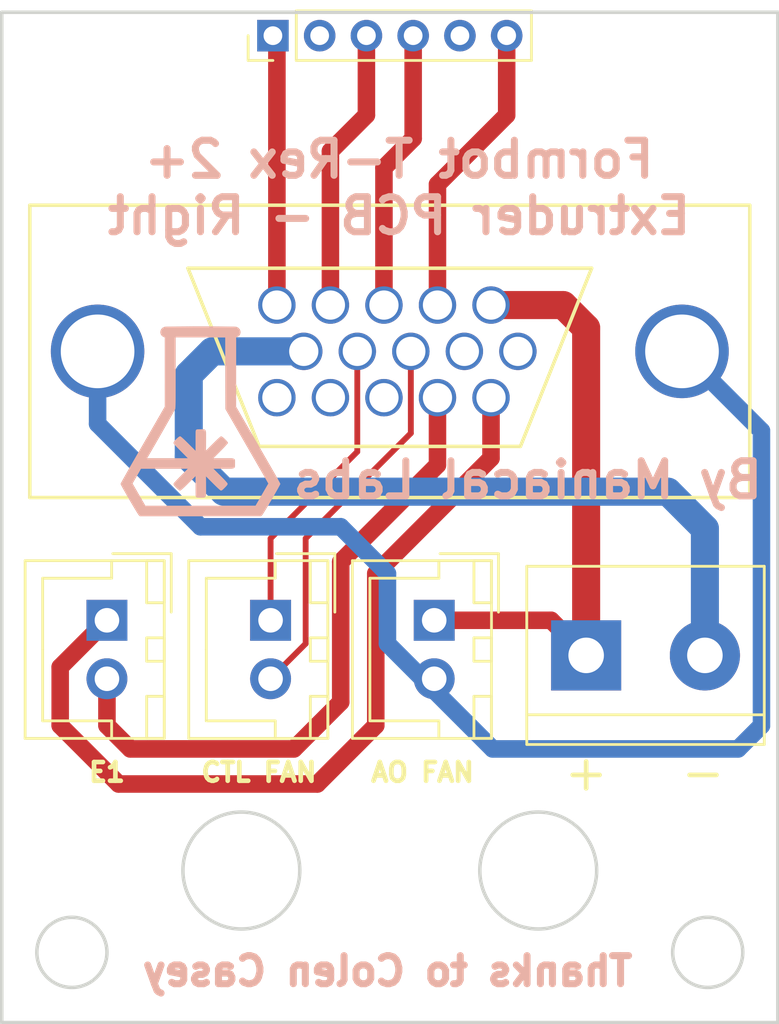
<source format=kicad_pcb>
(kicad_pcb (version 4) (host pcbnew 4.0.7)

  (general
    (links 13)
    (no_connects 0)
    (area 99.924999 99.924999 133.275001 143.275001)
    (thickness 1.6)
    (drawings 16)
    (tracks 59)
    (zones 0)
    (modules 7)
    (nets 19)
  )

  (page A4)
  (layers
    (0 F.Cu signal)
    (31 B.Cu signal)
    (32 B.Adhes user)
    (33 F.Adhes user)
    (34 B.Paste user)
    (35 F.Paste user)
    (36 B.SilkS user)
    (37 F.SilkS user)
    (38 B.Mask user)
    (39 F.Mask user)
    (40 Dwgs.User user)
    (41 Cmts.User user)
    (42 Eco1.User user)
    (43 Eco2.User user)
    (44 Edge.Cuts user)
    (45 Margin user)
    (46 B.CrtYd user)
    (47 F.CrtYd user)
    (48 B.Fab user)
    (49 F.Fab user)
  )

  (setup
    (last_trace_width 0.75)
    (user_trace_width 0.5)
    (user_trace_width 0.75)
    (user_trace_width 1.2)
    (trace_clearance 0.2)
    (zone_clearance 0.508)
    (zone_45_only no)
    (trace_min 0.2)
    (segment_width 0.2)
    (edge_width 0.15)
    (via_size 0.6)
    (via_drill 0.4)
    (via_min_size 0.4)
    (via_min_drill 0.3)
    (uvia_size 0.3)
    (uvia_drill 0.1)
    (uvias_allowed no)
    (uvia_min_size 0.2)
    (uvia_min_drill 0.1)
    (pcb_text_width 0.3)
    (pcb_text_size 1.5 1.5)
    (mod_edge_width 0.15)
    (mod_text_size 1 1)
    (mod_text_width 0.15)
    (pad_size 1.524 1.524)
    (pad_drill 0.762)
    (pad_to_mask_clearance 0.2)
    (aux_axis_origin 0 0)
    (visible_elements 7FFFF77F)
    (pcbplotparams
      (layerselection 0x00030_80000001)
      (usegerberextensions false)
      (excludeedgelayer true)
      (linewidth 0.100000)
      (plotframeref false)
      (viasonmask false)
      (mode 1)
      (useauxorigin false)
      (hpglpennumber 1)
      (hpglpenspeed 20)
      (hpglpendiameter 15)
      (hpglpenoverlay 2)
      (psnegative false)
      (psa4output false)
      (plotreference true)
      (plotvalue true)
      (plotinvisibletext false)
      (padsonsilk false)
      (subtractmaskfromsilk false)
      (outputformat 1)
      (mirror false)
      (drillshape 1)
      (scaleselection 1)
      (outputdirectory ""))
  )

  (net 0 "")
  (net 1 "Net-(J1-Pad5)")
  (net 2 "Net-(J1-Pad4)")
  (net 3 HEAT_+)
  (net 4 "Net-(J1-Pad2)")
  (net 5 "Net-(J1-Pad3)")
  (net 6 HEAT_-)
  (net 7 GND)
  (net 8 "Net-(J7-Pad2)")
  (net 9 "Net-(J7-Pad5)")
  (net 10 "Net-(J1-Pad15)")
  (net 11 "Net-(J1-Pad14)")
  (net 12 "Net-(J1-Pad13)")
  (net 13 FAN_CTL_+)
  (net 14 FAN_CTL_-)
  (net 15 "Net-(J1-Pad7)")
  (net 16 "Net-(J1-Pad6)")
  (net 17 E1_2)
  (net 18 E1_1)

  (net_class Default "This is the default net class."
    (clearance 0.2)
    (trace_width 0.25)
    (via_dia 0.6)
    (via_drill 0.4)
    (uvia_dia 0.3)
    (uvia_drill 0.1)
    (add_net E1_1)
    (add_net E1_2)
    (add_net FAN_CTL_+)
    (add_net FAN_CTL_-)
    (add_net GND)
    (add_net HEAT_+)
    (add_net HEAT_-)
    (add_net "Net-(J1-Pad13)")
    (add_net "Net-(J1-Pad14)")
    (add_net "Net-(J1-Pad15)")
    (add_net "Net-(J1-Pad2)")
    (add_net "Net-(J1-Pad3)")
    (add_net "Net-(J1-Pad4)")
    (add_net "Net-(J1-Pad5)")
    (add_net "Net-(J1-Pad6)")
    (add_net "Net-(J1-Pad7)")
    (add_net "Net-(J7-Pad2)")
    (add_net "Net-(J7-Pad5)")
  )

  (module custom:VGA_Female (layer F.Cu) (tedit 5A2C73A7) (tstamp 5A2C682E)
    (at 116.6 114.5)
    (descr http://cdn.amphenol-icc.com/media/wysiwyg/files/drawing/10090929.pdf)
    (tags "VGA, HD15")
    (path /5A2C37B5)
    (fp_text reference J1 (at 0.508 5.334) (layer F.SilkS) hide
      (effects (font (size 1 1) (thickness 0.15)))
    )
    (fp_text value DB15_Control (at 0 -5.08) (layer F.Fab) hide
      (effects (font (size 1 1) (thickness 0.15)))
    )
    (fp_line (start 0 4.064) (end -5.588 4.064) (layer F.SilkS) (width 0.15))
    (fp_line (start -5.588 4.064) (end -8.636 -3.556) (layer F.SilkS) (width 0.15))
    (fp_line (start 0 -3.556) (end -8.636 -3.556) (layer F.SilkS) (width 0.15))
    (fp_line (start 0 -3.556) (end 8.636 -3.556) (layer F.SilkS) (width 0.15))
    (fp_line (start 8.636 -3.556) (end 5.588 4.064) (layer F.SilkS) (width 0.15))
    (fp_line (start 5.588 4.064) (end 0 4.064) (layer F.SilkS) (width 0.15))
    (fp_line (start 15.4 -6.25) (end 15.4 6.25) (layer F.SilkS) (width 0.15))
    (fp_line (start -15.4 -6.25) (end -15.4 6.25) (layer F.SilkS) (width 0.15))
    (fp_line (start 0 6.25) (end 15.4 6.25) (layer F.SilkS) (width 0.15))
    (fp_line (start -15.4 6.25) (end 0 6.25) (layer F.SilkS) (width 0.15))
    (fp_line (start -15.4 -6.25) (end 0 -6.25) (layer F.SilkS) (width 0.15))
    (fp_line (start 0 -6.25) (end 15.4 -6.25) (layer F.SilkS) (width 0.15))
    (pad 15 thru_hole circle (at -4.83 1.98) (size 1.6 1.6) (drill 1.25) (layers *.Cu *.Mask)
      (net 10 "Net-(J1-Pad15)"))
    (pad 14 thru_hole circle (at -2.54 1.98) (size 1.6 1.6) (drill 1.25) (layers *.Cu *.Mask)
      (net 11 "Net-(J1-Pad14)"))
    (pad 13 thru_hole circle (at -0.25 1.98) (size 1.6 1.6) (drill 1.25) (layers *.Cu *.Mask)
      (net 12 "Net-(J1-Pad13)"))
    (pad 12 thru_hole circle (at 2.04 1.98) (size 1.6 1.6) (drill 1.25) (layers *.Cu *.Mask)
      (net 17 E1_2))
    (pad 11 thru_hole circle (at 4.33 1.98) (size 1.6 1.6) (drill 1.25) (layers *.Cu *.Mask)
      (net 18 E1_1))
    (pad 5 thru_hole circle (at -4.83 -1.98) (size 1.6 1.6) (drill 1.25) (layers *.Cu *.Mask)
      (net 1 "Net-(J1-Pad5)"))
    (pad 4 thru_hole circle (at -2.54 -1.98) (size 1.6 1.6) (drill 1.25) (layers *.Cu *.Mask)
      (net 2 "Net-(J1-Pad4)"))
    (pad 1 thru_hole circle (at 4.33 -1.98) (size 1.6 1.6) (drill 1.25) (layers *.Cu *.Mask)
      (net 3 HEAT_+))
    (pad 2 thru_hole circle (at 2.04 -1.98) (size 1.6 1.6) (drill 1.25) (layers *.Cu *.Mask)
      (net 4 "Net-(J1-Pad2)"))
    (pad 3 thru_hole circle (at -0.25 -1.98) (size 1.6 1.6) (drill 1.25) (layers *.Cu *.Mask)
      (net 5 "Net-(J1-Pad3)"))
    (pad 10 thru_hole circle (at -3.68 0) (size 1.6 1.6) (drill 1.25) (layers *.Cu *.Mask)
      (net 6 HEAT_-))
    (pad 9 thru_hole circle (at -1.39 0) (size 1.6 1.6) (drill 1.25) (layers *.Cu *.Mask)
      (net 13 FAN_CTL_+))
    (pad 8 thru_hole circle (at 0.9 0) (size 1.6 1.6) (drill 1.25) (layers *.Cu *.Mask)
      (net 14 FAN_CTL_-))
    (pad 7 thru_hole circle (at 3.19 0) (size 1.6 1.6) (drill 1.25) (layers *.Cu *.Mask)
      (net 15 "Net-(J1-Pad7)"))
    (pad 0 thru_hole circle (at -12.5 0) (size 4 4) (drill 3.15) (layers *.Cu *.Mask)
      (net 7 GND))
    (pad 0 thru_hole circle (at 12.5 0) (size 4 4) (drill 3.15) (layers *.Cu *.Mask)
      (net 7 GND))
    (pad 6 thru_hole circle (at 5.48 0) (size 1.6 1.6) (drill 1.25) (layers *.Cu *.Mask)
      (net 16 "Net-(J1-Pad6)"))
  )

  (module Connectors_JST:JST_XH_B02B-XH-A_02x2.50mm_Straight (layer F.Cu) (tedit 5A2C6FA5) (tstamp 5A2C6841)
    (at 111.5 126 270)
    (descr "JST XH series connector, B02B-XH-A, top entry type, through hole")
    (tags "connector jst xh tht top vertical 2.50mm")
    (path /5A2C38DD)
    (fp_text reference J4 (at 1.25 -3.5 270) (layer F.SilkS) hide
      (effects (font (size 1 1) (thickness 0.15)))
    )
    (fp_text value FAN_CTL (at 1.25 4.5 270) (layer F.Fab) hide
      (effects (font (size 1 1) (thickness 0.15)))
    )
    (fp_line (start -2.45 -2.35) (end -2.45 3.4) (layer F.Fab) (width 0.1))
    (fp_line (start -2.45 3.4) (end 4.95 3.4) (layer F.Fab) (width 0.1))
    (fp_line (start 4.95 3.4) (end 4.95 -2.35) (layer F.Fab) (width 0.1))
    (fp_line (start 4.95 -2.35) (end -2.45 -2.35) (layer F.Fab) (width 0.1))
    (fp_line (start -2.95 -2.85) (end -2.95 3.9) (layer F.CrtYd) (width 0.05))
    (fp_line (start -2.95 3.9) (end 5.45 3.9) (layer F.CrtYd) (width 0.05))
    (fp_line (start 5.45 3.9) (end 5.45 -2.85) (layer F.CrtYd) (width 0.05))
    (fp_line (start 5.45 -2.85) (end -2.95 -2.85) (layer F.CrtYd) (width 0.05))
    (fp_line (start -2.55 -2.45) (end -2.55 3.5) (layer F.SilkS) (width 0.12))
    (fp_line (start -2.55 3.5) (end 5.05 3.5) (layer F.SilkS) (width 0.12))
    (fp_line (start 5.05 3.5) (end 5.05 -2.45) (layer F.SilkS) (width 0.12))
    (fp_line (start 5.05 -2.45) (end -2.55 -2.45) (layer F.SilkS) (width 0.12))
    (fp_line (start 0.75 -2.45) (end 0.75 -1.7) (layer F.SilkS) (width 0.12))
    (fp_line (start 0.75 -1.7) (end 1.75 -1.7) (layer F.SilkS) (width 0.12))
    (fp_line (start 1.75 -1.7) (end 1.75 -2.45) (layer F.SilkS) (width 0.12))
    (fp_line (start 1.75 -2.45) (end 0.75 -2.45) (layer F.SilkS) (width 0.12))
    (fp_line (start -2.55 -2.45) (end -2.55 -1.7) (layer F.SilkS) (width 0.12))
    (fp_line (start -2.55 -1.7) (end -0.75 -1.7) (layer F.SilkS) (width 0.12))
    (fp_line (start -0.75 -1.7) (end -0.75 -2.45) (layer F.SilkS) (width 0.12))
    (fp_line (start -0.75 -2.45) (end -2.55 -2.45) (layer F.SilkS) (width 0.12))
    (fp_line (start 3.25 -2.45) (end 3.25 -1.7) (layer F.SilkS) (width 0.12))
    (fp_line (start 3.25 -1.7) (end 5.05 -1.7) (layer F.SilkS) (width 0.12))
    (fp_line (start 5.05 -1.7) (end 5.05 -2.45) (layer F.SilkS) (width 0.12))
    (fp_line (start 5.05 -2.45) (end 3.25 -2.45) (layer F.SilkS) (width 0.12))
    (fp_line (start -2.55 -0.2) (end -1.8 -0.2) (layer F.SilkS) (width 0.12))
    (fp_line (start -1.8 -0.2) (end -1.8 2.75) (layer F.SilkS) (width 0.12))
    (fp_line (start -1.8 2.75) (end 1.25 2.75) (layer F.SilkS) (width 0.12))
    (fp_line (start 5.05 -0.2) (end 4.3 -0.2) (layer F.SilkS) (width 0.12))
    (fp_line (start 4.3 -0.2) (end 4.3 2.75) (layer F.SilkS) (width 0.12))
    (fp_line (start 4.3 2.75) (end 1.25 2.75) (layer F.SilkS) (width 0.12))
    (fp_line (start -0.35 -2.75) (end -2.85 -2.75) (layer F.SilkS) (width 0.12))
    (fp_line (start -2.85 -2.75) (end -2.85 -0.25) (layer F.SilkS) (width 0.12))
    (fp_line (start -0.35 -2.75) (end -2.85 -2.75) (layer F.Fab) (width 0.1))
    (fp_line (start -2.85 -2.75) (end -2.85 -0.25) (layer F.Fab) (width 0.1))
    (fp_text user %R (at 1.25 2.5 270) (layer F.Fab)
      (effects (font (size 1 1) (thickness 0.15)))
    )
    (pad 1 thru_hole rect (at 0 0 270) (size 1.75 1.75) (drill 1.05) (layers *.Cu *.Mask)
      (net 13 FAN_CTL_+))
    (pad 2 thru_hole circle (at 2.5 0 270) (size 1.75 1.75) (drill 1.05) (layers *.Cu *.Mask)
      (net 14 FAN_CTL_-))
    (model Connectors_JST.3dshapes/JST_XH_B02B-XH-A_02x2.50mm_Straight.wrl
      (at (xyz 0 0 0))
      (scale (xyz 1 1 1))
      (rotate (xyz 0 0 0))
    )
  )

  (module Connectors_JST:JST_XH_B02B-XH-A_02x2.50mm_Straight (layer F.Cu) (tedit 5A2C6F78) (tstamp 5A2C6847)
    (at 118.5 126 270)
    (descr "JST XH series connector, B02B-XH-A, top entry type, through hole")
    (tags "connector jst xh tht top vertical 2.50mm")
    (path /5A2C3900)
    (fp_text reference J5 (at 1.25 -3.5 270) (layer F.SilkS) hide
      (effects (font (size 1 1) (thickness 0.15)))
    )
    (fp_text value FAN_AO (at 1.25 4.5 270) (layer F.Fab) hide
      (effects (font (size 1 1) (thickness 0.15)))
    )
    (fp_line (start -2.45 -2.35) (end -2.45 3.4) (layer F.Fab) (width 0.1))
    (fp_line (start -2.45 3.4) (end 4.95 3.4) (layer F.Fab) (width 0.1))
    (fp_line (start 4.95 3.4) (end 4.95 -2.35) (layer F.Fab) (width 0.1))
    (fp_line (start 4.95 -2.35) (end -2.45 -2.35) (layer F.Fab) (width 0.1))
    (fp_line (start -2.95 -2.85) (end -2.95 3.9) (layer F.CrtYd) (width 0.05))
    (fp_line (start -2.95 3.9) (end 5.45 3.9) (layer F.CrtYd) (width 0.05))
    (fp_line (start 5.45 3.9) (end 5.45 -2.85) (layer F.CrtYd) (width 0.05))
    (fp_line (start 5.45 -2.85) (end -2.95 -2.85) (layer F.CrtYd) (width 0.05))
    (fp_line (start -2.55 -2.45) (end -2.55 3.5) (layer F.SilkS) (width 0.12))
    (fp_line (start -2.55 3.5) (end 5.05 3.5) (layer F.SilkS) (width 0.12))
    (fp_line (start 5.05 3.5) (end 5.05 -2.45) (layer F.SilkS) (width 0.12))
    (fp_line (start 5.05 -2.45) (end -2.55 -2.45) (layer F.SilkS) (width 0.12))
    (fp_line (start 0.75 -2.45) (end 0.75 -1.7) (layer F.SilkS) (width 0.12))
    (fp_line (start 0.75 -1.7) (end 1.75 -1.7) (layer F.SilkS) (width 0.12))
    (fp_line (start 1.75 -1.7) (end 1.75 -2.45) (layer F.SilkS) (width 0.12))
    (fp_line (start 1.75 -2.45) (end 0.75 -2.45) (layer F.SilkS) (width 0.12))
    (fp_line (start -2.55 -2.45) (end -2.55 -1.7) (layer F.SilkS) (width 0.12))
    (fp_line (start -2.55 -1.7) (end -0.75 -1.7) (layer F.SilkS) (width 0.12))
    (fp_line (start -0.75 -1.7) (end -0.75 -2.45) (layer F.SilkS) (width 0.12))
    (fp_line (start -0.75 -2.45) (end -2.55 -2.45) (layer F.SilkS) (width 0.12))
    (fp_line (start 3.25 -2.45) (end 3.25 -1.7) (layer F.SilkS) (width 0.12))
    (fp_line (start 3.25 -1.7) (end 5.05 -1.7) (layer F.SilkS) (width 0.12))
    (fp_line (start 5.05 -1.7) (end 5.05 -2.45) (layer F.SilkS) (width 0.12))
    (fp_line (start 5.05 -2.45) (end 3.25 -2.45) (layer F.SilkS) (width 0.12))
    (fp_line (start -2.55 -0.2) (end -1.8 -0.2) (layer F.SilkS) (width 0.12))
    (fp_line (start -1.8 -0.2) (end -1.8 2.75) (layer F.SilkS) (width 0.12))
    (fp_line (start -1.8 2.75) (end 1.25 2.75) (layer F.SilkS) (width 0.12))
    (fp_line (start 5.05 -0.2) (end 4.3 -0.2) (layer F.SilkS) (width 0.12))
    (fp_line (start 4.3 -0.2) (end 4.3 2.75) (layer F.SilkS) (width 0.12))
    (fp_line (start 4.3 2.75) (end 1.25 2.75) (layer F.SilkS) (width 0.12))
    (fp_line (start -0.35 -2.75) (end -2.85 -2.75) (layer F.SilkS) (width 0.12))
    (fp_line (start -2.85 -2.75) (end -2.85 -0.25) (layer F.SilkS) (width 0.12))
    (fp_line (start -0.35 -2.75) (end -2.85 -2.75) (layer F.Fab) (width 0.1))
    (fp_line (start -2.85 -2.75) (end -2.85 -0.25) (layer F.Fab) (width 0.1))
    (fp_text user %R (at 1.25 2.5 270) (layer F.Fab)
      (effects (font (size 1 1) (thickness 0.15)))
    )
    (pad 1 thru_hole rect (at 0 0 270) (size 1.75 1.75) (drill 1.05) (layers *.Cu *.Mask)
      (net 3 HEAT_+))
    (pad 2 thru_hole circle (at 2.5 0 270) (size 1.75 1.75) (drill 1.05) (layers *.Cu *.Mask)
      (net 7 GND))
    (model Connectors_JST.3dshapes/JST_XH_B02B-XH-A_02x2.50mm_Straight.wrl
      (at (xyz 0 0 0))
      (scale (xyz 1 1 1))
      (rotate (xyz 0 0 0))
    )
  )

  (module Connectors_JST:JST_XH_B02B-XH-A_02x2.50mm_Straight (layer F.Cu) (tedit 5A2C6FB1) (tstamp 5A2C684D)
    (at 104.5 126 270)
    (descr "JST XH series connector, B02B-XH-A, top entry type, through hole")
    (tags "connector jst xh tht top vertical 2.50mm")
    (path /5A2C3928)
    (fp_text reference J6 (at 1.25 -3.5 270) (layer F.SilkS) hide
      (effects (font (size 1 1) (thickness 0.15)))
    )
    (fp_text value EO (at 1.25 4.5 270) (layer F.Fab) hide
      (effects (font (size 1 1) (thickness 0.15)))
    )
    (fp_line (start -2.45 -2.35) (end -2.45 3.4) (layer F.Fab) (width 0.1))
    (fp_line (start -2.45 3.4) (end 4.95 3.4) (layer F.Fab) (width 0.1))
    (fp_line (start 4.95 3.4) (end 4.95 -2.35) (layer F.Fab) (width 0.1))
    (fp_line (start 4.95 -2.35) (end -2.45 -2.35) (layer F.Fab) (width 0.1))
    (fp_line (start -2.95 -2.85) (end -2.95 3.9) (layer F.CrtYd) (width 0.05))
    (fp_line (start -2.95 3.9) (end 5.45 3.9) (layer F.CrtYd) (width 0.05))
    (fp_line (start 5.45 3.9) (end 5.45 -2.85) (layer F.CrtYd) (width 0.05))
    (fp_line (start 5.45 -2.85) (end -2.95 -2.85) (layer F.CrtYd) (width 0.05))
    (fp_line (start -2.55 -2.45) (end -2.55 3.5) (layer F.SilkS) (width 0.12))
    (fp_line (start -2.55 3.5) (end 5.05 3.5) (layer F.SilkS) (width 0.12))
    (fp_line (start 5.05 3.5) (end 5.05 -2.45) (layer F.SilkS) (width 0.12))
    (fp_line (start 5.05 -2.45) (end -2.55 -2.45) (layer F.SilkS) (width 0.12))
    (fp_line (start 0.75 -2.45) (end 0.75 -1.7) (layer F.SilkS) (width 0.12))
    (fp_line (start 0.75 -1.7) (end 1.75 -1.7) (layer F.SilkS) (width 0.12))
    (fp_line (start 1.75 -1.7) (end 1.75 -2.45) (layer F.SilkS) (width 0.12))
    (fp_line (start 1.75 -2.45) (end 0.75 -2.45) (layer F.SilkS) (width 0.12))
    (fp_line (start -2.55 -2.45) (end -2.55 -1.7) (layer F.SilkS) (width 0.12))
    (fp_line (start -2.55 -1.7) (end -0.75 -1.7) (layer F.SilkS) (width 0.12))
    (fp_line (start -0.75 -1.7) (end -0.75 -2.45) (layer F.SilkS) (width 0.12))
    (fp_line (start -0.75 -2.45) (end -2.55 -2.45) (layer F.SilkS) (width 0.12))
    (fp_line (start 3.25 -2.45) (end 3.25 -1.7) (layer F.SilkS) (width 0.12))
    (fp_line (start 3.25 -1.7) (end 5.05 -1.7) (layer F.SilkS) (width 0.12))
    (fp_line (start 5.05 -1.7) (end 5.05 -2.45) (layer F.SilkS) (width 0.12))
    (fp_line (start 5.05 -2.45) (end 3.25 -2.45) (layer F.SilkS) (width 0.12))
    (fp_line (start -2.55 -0.2) (end -1.8 -0.2) (layer F.SilkS) (width 0.12))
    (fp_line (start -1.8 -0.2) (end -1.8 2.75) (layer F.SilkS) (width 0.12))
    (fp_line (start -1.8 2.75) (end 1.25 2.75) (layer F.SilkS) (width 0.12))
    (fp_line (start 5.05 -0.2) (end 4.3 -0.2) (layer F.SilkS) (width 0.12))
    (fp_line (start 4.3 -0.2) (end 4.3 2.75) (layer F.SilkS) (width 0.12))
    (fp_line (start 4.3 2.75) (end 1.25 2.75) (layer F.SilkS) (width 0.12))
    (fp_line (start -0.35 -2.75) (end -2.85 -2.75) (layer F.SilkS) (width 0.12))
    (fp_line (start -2.85 -2.75) (end -2.85 -0.25) (layer F.SilkS) (width 0.12))
    (fp_line (start -0.35 -2.75) (end -2.85 -2.75) (layer F.Fab) (width 0.1))
    (fp_line (start -2.85 -2.75) (end -2.85 -0.25) (layer F.Fab) (width 0.1))
    (fp_text user %R (at 1.25 2.5 270) (layer F.Fab)
      (effects (font (size 1 1) (thickness 0.15)))
    )
    (pad 1 thru_hole rect (at 0 0 270) (size 1.75 1.75) (drill 1.05) (layers *.Cu *.Mask)
      (net 18 E1_1))
    (pad 2 thru_hole circle (at 2.5 0 270) (size 1.75 1.75) (drill 1.05) (layers *.Cu *.Mask)
      (net 17 E1_2))
    (model Connectors_JST.3dshapes/JST_XH_B02B-XH-A_02x2.50mm_Straight.wrl
      (at (xyz 0 0 0))
      (scale (xyz 1 1 1))
      (rotate (xyz 0 0 0))
    )
  )

  (module Pin_Headers:Pin_Header_Straight_1x06_Pitch2.00mm (layer F.Cu) (tedit 5A2C81F4) (tstamp 5A2C6857)
    (at 111.6 101 90)
    (descr "Through hole straight pin header, 1x06, 2.00mm pitch, single row")
    (tags "Through hole pin header THT 1x06 2.00mm single row")
    (path /5A2C46D0)
    (fp_text reference J7 (at 0 -2.06 90) (layer F.SilkS) hide
      (effects (font (size 1 1) (thickness 0.15)))
    )
    (fp_text value Stepper (at 0 12.06 90) (layer F.Fab) hide
      (effects (font (size 1 1) (thickness 0.15)))
    )
    (fp_line (start -0.5 -1) (end 1 -1) (layer F.Fab) (width 0.1))
    (fp_line (start 1 -1) (end 1 11) (layer F.Fab) (width 0.1))
    (fp_line (start 1 11) (end -1 11) (layer F.Fab) (width 0.1))
    (fp_line (start -1 11) (end -1 -0.5) (layer F.Fab) (width 0.1))
    (fp_line (start -1 -0.5) (end -0.5 -1) (layer F.Fab) (width 0.1))
    (fp_line (start -1.06 11.06) (end 1.06 11.06) (layer F.SilkS) (width 0.12))
    (fp_line (start -1.06 1) (end -1.06 11.06) (layer F.SilkS) (width 0.12))
    (fp_line (start 1.06 1) (end 1.06 11.06) (layer F.SilkS) (width 0.12))
    (fp_line (start -1.06 1) (end 1.06 1) (layer F.SilkS) (width 0.12))
    (fp_line (start -1.06 0) (end -1.06 -1.06) (layer F.SilkS) (width 0.12))
    (fp_line (start -1.06 -1.06) (end 0 -1.06) (layer F.SilkS) (width 0.12))
    (fp_line (start -1.5 -1.5) (end -1.5 11.5) (layer F.CrtYd) (width 0.05))
    (fp_line (start -1.5 11.5) (end 1.5 11.5) (layer F.CrtYd) (width 0.05))
    (fp_line (start 1.5 11.5) (end 1.5 -1.5) (layer F.CrtYd) (width 0.05))
    (fp_line (start 1.5 -1.5) (end -1.5 -1.5) (layer F.CrtYd) (width 0.05))
    (fp_text user %R (at 0 5 180) (layer F.Fab)
      (effects (font (size 1 1) (thickness 0.15)))
    )
    (pad 1 thru_hole rect (at 0 0 90) (size 1.35 1.35) (drill 0.8) (layers *.Cu *.Mask)
      (net 1 "Net-(J1-Pad5)"))
    (pad 2 thru_hole oval (at 0 2 90) (size 1.35 1.35) (drill 0.8) (layers *.Cu *.Mask)
      (net 8 "Net-(J7-Pad2)"))
    (pad 3 thru_hole oval (at 0 4 90) (size 1.35 1.35) (drill 0.8) (layers *.Cu *.Mask)
      (net 2 "Net-(J1-Pad4)"))
    (pad 4 thru_hole oval (at 0 6 90) (size 1.35 1.35) (drill 0.8) (layers *.Cu *.Mask)
      (net 5 "Net-(J1-Pad3)"))
    (pad 5 thru_hole oval (at 0 8 90) (size 1.35 1.35) (drill 0.8) (layers *.Cu *.Mask)
      (net 9 "Net-(J7-Pad5)"))
    (pad 6 thru_hole oval (at 0 10 90) (size 1.35 1.35) (drill 0.8) (layers *.Cu *.Mask)
      (net 4 "Net-(J1-Pad2)"))
    (model ${KISYS3DMOD}/Pin_Headers.3dshapes/Pin_Header_Straight_1x06_Pitch2.00mm.wrl
      (at (xyz 0 0 0))
      (scale (xyz 1 1 1))
      (rotate (xyz 0 0 0))
    )
  )

  (module Connectors_Terminal_Blocks:TerminalBlock_bornier-2_P5.08mm (layer F.Cu) (tedit 5A2C81EB) (tstamp 5A2C685D)
    (at 125 127.5)
    (descr "simple 2-pin terminal block, pitch 5.08mm, revamped version of bornier2")
    (tags "terminal block bornier2")
    (path /5A2C48EE)
    (fp_text reference J8 (at 2.54 -5.08) (layer F.SilkS) hide
      (effects (font (size 1 1) (thickness 0.15)))
    )
    (fp_text value HEAT (at 2.54 5.08) (layer F.Fab) hide
      (effects (font (size 1 1) (thickness 0.15)))
    )
    (fp_text user %R (at 2.54 0) (layer F.Fab)
      (effects (font (size 1 1) (thickness 0.15)))
    )
    (fp_line (start -2.41 2.55) (end 7.49 2.55) (layer F.Fab) (width 0.1))
    (fp_line (start -2.46 -3.75) (end -2.46 3.75) (layer F.Fab) (width 0.1))
    (fp_line (start -2.46 3.75) (end 7.54 3.75) (layer F.Fab) (width 0.1))
    (fp_line (start 7.54 3.75) (end 7.54 -3.75) (layer F.Fab) (width 0.1))
    (fp_line (start 7.54 -3.75) (end -2.46 -3.75) (layer F.Fab) (width 0.1))
    (fp_line (start 7.62 2.54) (end -2.54 2.54) (layer F.SilkS) (width 0.12))
    (fp_line (start 7.62 3.81) (end 7.62 -3.81) (layer F.SilkS) (width 0.12))
    (fp_line (start 7.62 -3.81) (end -2.54 -3.81) (layer F.SilkS) (width 0.12))
    (fp_line (start -2.54 -3.81) (end -2.54 3.81) (layer F.SilkS) (width 0.12))
    (fp_line (start -2.54 3.81) (end 7.62 3.81) (layer F.SilkS) (width 0.12))
    (fp_line (start -2.71 -4) (end 7.79 -4) (layer F.CrtYd) (width 0.05))
    (fp_line (start -2.71 -4) (end -2.71 4) (layer F.CrtYd) (width 0.05))
    (fp_line (start 7.79 4) (end 7.79 -4) (layer F.CrtYd) (width 0.05))
    (fp_line (start 7.79 4) (end -2.71 4) (layer F.CrtYd) (width 0.05))
    (pad 1 thru_hole rect (at 0 0) (size 3 3) (drill 1.52) (layers *.Cu *.Mask)
      (net 3 HEAT_+))
    (pad 2 thru_hole circle (at 5.08 0) (size 3 3) (drill 1.52) (layers *.Cu *.Mask)
      (net 6 HEAT_-))
    (model ${KISYS3DMOD}/Terminal_Blocks.3dshapes/TerminalBlock_bornier-2_P5.08mm.wrl
      (at (xyz 0.1 0 0))
      (scale (xyz 1 1 1))
      (rotate (xyz 0 0 0))
    )
  )

  (module LOGOS:logo_MLlabs_small (layer B.Cu) (tedit 0) (tstamp 5A37F006)
    (at 108.5 117.5 180)
    (fp_text reference G*** (at 0 0 180) (layer B.SilkS) hide
      (effects (font (thickness 0.3)) (justify mirror))
    )
    (fp_text value LOGO (at 0.75 0 180) (layer B.SilkS) hide
      (effects (font (thickness 0.3)) (justify mirror))
    )
    (fp_poly (pts (xy 0.280132 4.064859) (xy 0.46933 4.064296) (xy 0.651803 4.063447) (xy 0.824802 4.062307)
      (xy 0.98558 4.060879) (xy 1.131388 4.059163) (xy 1.259478 4.057157) (xy 1.367101 4.054863)
      (xy 1.451511 4.052281) (xy 1.509958 4.049409) (xy 1.539694 4.046249) (xy 1.541045 4.045899)
      (xy 1.61465 4.010199) (xy 1.668272 3.957046) (xy 1.701256 3.892418) (xy 1.712948 3.822294)
      (xy 1.702692 3.752654) (xy 1.669833 3.689475) (xy 1.613717 3.638736) (xy 1.587218 3.624447)
      (xy 1.524819 3.595688) (xy 1.524409 2.113859) (xy 1.524 0.632031) (xy 1.951194 -0.108641)
      (xy 2.041737 -0.265615) (xy 2.144897 -0.444444) (xy 2.257416 -0.639483) (xy 2.376038 -0.84509)
      (xy 2.497507 -1.05562) (xy 2.618568 -1.265429) (xy 2.735963 -1.468874) (xy 2.846437 -1.660312)
      (xy 2.895756 -1.74577) (xy 2.984967 -1.900722) (xy 3.069309 -2.047946) (xy 3.147458 -2.185082)
      (xy 3.218089 -2.309771) (xy 3.279877 -2.419652) (xy 3.331497 -2.512365) (xy 3.371624 -2.585552)
      (xy 3.398934 -2.636852) (xy 3.412102 -2.663905) (xy 3.413125 -2.667254) (xy 3.405259 -2.687854)
      (xy 3.382954 -2.73233) (xy 3.348145 -2.797359) (xy 3.302767 -2.879615) (xy 3.248756 -2.975774)
      (xy 3.188047 -3.082511) (xy 3.122577 -3.196503) (xy 3.054279 -3.314423) (xy 2.985091 -3.432948)
      (xy 2.916948 -3.548754) (xy 2.851784 -3.658515) (xy 2.791537 -3.758906) (xy 2.738141 -3.846605)
      (xy 2.693532 -3.918285) (xy 2.659645 -3.970622) (xy 2.638416 -4.000292) (xy 2.634599 -4.004468)
      (xy 2.587124 -4.048125) (xy -2.587125 -4.048125) (xy -2.6346 -4.004468) (xy -2.651394 -3.982746)
      (xy -2.681461 -3.937288) (xy -2.722866 -3.87142) (xy -2.773675 -3.788466) (xy -2.83195 -3.691753)
      (xy -2.895758 -3.584605) (xy -2.963162 -3.470346) (xy -3.032228 -3.352303) (xy -3.101019 -3.2338)
      (xy -3.1676 -3.118163) (xy -3.230037 -3.008717) (xy -3.286392 -2.908786) (xy -3.334733 -2.821695)
      (xy -3.373121 -2.750771) (xy -3.399623 -2.699338) (xy -3.412303 -2.67072) (xy -3.413126 -2.666933)
      (xy -3.406861 -2.651738) (xy -2.908183 -2.651738) (xy -2.633492 -3.127681) (xy -2.358802 -3.603625)
      (xy 2.358654 -3.603625) (xy 2.633694 -3.126873) (xy 2.908735 -2.650121) (xy 2.800627 -2.464091)
      (xy 2.752108 -2.380084) (xy 2.701391 -2.291405) (xy 2.654699 -2.208982) (xy 2.620228 -2.147315)
      (xy 2.547937 -2.016567) (xy 0.532125 -2.016125) (xy 0.827748 -2.313781) (xy 0.907725 -2.394852)
      (xy 0.980741 -2.469905) (xy 1.043638 -2.535609) (xy 1.093257 -2.588634) (xy 1.12644 -2.62565)
      (xy 1.139732 -2.642697) (xy 1.147043 -2.68023) (xy 1.134704 -2.715316) (xy 1.109692 -2.75107)
      (xy 1.069306 -2.795828) (xy 1.020048 -2.84377) (xy 0.96842 -2.889074) (xy 0.920926 -2.925919)
      (xy 0.884067 -2.948484) (xy 0.86948 -2.95275) (xy 0.847132 -2.9422) (xy 0.805787 -2.910232)
      (xy 0.744908 -2.856363) (xy 0.66396 -2.780114) (xy 0.562408 -2.681002) (xy 0.52081 -2.639741)
      (xy 0.206375 -2.326732) (xy 0.206375 -2.761522) (xy 0.206186 -2.892308) (xy 0.20548 -2.995011)
      (xy 0.204051 -3.073296) (xy 0.201691 -3.13083) (xy 0.198191 -3.171276) (xy 0.193345 -3.198301)
      (xy 0.186944 -3.21557) (xy 0.180102 -3.225343) (xy 0.163266 -3.238829) (xy 0.137807 -3.247459)
      (xy 0.097181 -3.252237) (xy 0.034844 -3.254165) (xy -0.009246 -3.254375) (xy -0.082993 -3.253988)
      (xy -0.131948 -3.25182) (xy -0.163068 -3.24636) (xy -0.18331 -3.236094) (xy -0.19963 -3.219512)
      (xy -0.205947 -3.211627) (xy -0.216079 -3.19762) (xy -0.223883 -3.181895) (xy -0.229608 -3.160501)
      (xy -0.233503 -3.129484) (xy -0.235815 -3.084892) (xy -0.236793 -3.022771) (xy -0.236686 -2.93917)
      (xy -0.235741 -2.830136) (xy -0.23488 -2.751238) (xy -0.233664 -2.63983) (xy -0.232637 -2.539621)
      (xy -0.231836 -2.454754) (xy -0.2313 -2.389372) (xy -0.231063 -2.347619) (xy -0.231154 -2.333611)
      (xy -0.242126 -2.344389) (xy -0.272577 -2.374776) (xy -0.319606 -2.421863) (xy -0.380307 -2.482739)
      (xy -0.451779 -2.554496) (xy -0.531118 -2.634225) (xy -0.532779 -2.635894) (xy -0.614205 -2.716741)
      (xy -0.690054 -2.790133) (xy -0.75699 -2.852994) (xy -0.811678 -2.902247) (xy -0.850782 -2.934816)
      (xy -0.870663 -2.947556) (xy -0.891093 -2.948152) (xy -0.915531 -2.937567) (xy -0.948775 -2.912398)
      (xy -0.995625 -2.869244) (xy -1.033382 -2.83219) (xy -1.095633 -2.767657) (xy -1.135484 -2.719575)
      (xy -1.155419 -2.684681) (xy -1.158875 -2.667521) (xy -1.153549 -2.649558) (xy -1.136229 -2.622344)
      (xy -1.10491 -2.583608) (xy -1.057584 -2.531079) (xy -0.992243 -2.462484) (xy -0.90688 -2.375551)
      (xy -0.853434 -2.321867) (xy -0.547993 -2.016125) (xy -0.975443 -2.016125) (xy -1.114762 -2.016235)
      (xy -1.225588 -2.015593) (xy -1.311172 -2.012739) (xy -1.374762 -2.006213) (xy -1.419608 -1.994556)
      (xy -1.44896 -1.976308) (xy -1.466068 -1.950009) (xy -1.47418 -1.9142) (xy -1.476546 -1.86742)
      (xy -1.476417 -1.808211) (xy -1.476375 -1.791107) (xy -1.476751 -1.729737) (xy -1.475702 -1.68098)
      (xy -1.469967 -1.64339) (xy -1.456283 -1.615522) (xy -1.431389 -1.595933) (xy -1.392023 -1.583178)
      (xy -1.334922 -1.575811) (xy -1.256824 -1.572388) (xy -1.154468 -1.571465) (xy -1.024591 -1.571596)
      (xy -0.980804 -1.571625) (xy -0.548733 -1.571625) (xy -0.861742 -1.257189) (xy -0.951102 -1.166371)
      (xy -1.028596 -1.085517) (xy -1.091949 -1.017128) (xy -1.138886 -0.963706) (xy -1.167132 -0.927753)
      (xy -1.17475 -0.91299) (xy -1.163254 -0.886392) (xy -1.132729 -0.845976) (xy -1.089124 -0.797523)
      (xy -1.038387 -0.746817) (xy -0.986466 -0.699641) (xy -0.93931 -0.661778) (xy -0.902866 -0.63901)
      (xy -0.888823 -0.635) (xy -0.869893 -0.641738) (xy -0.838933 -0.663065) (xy -0.794064 -0.700648)
      (xy -0.73341 -0.756153) (xy -0.655092 -0.831247) (xy -0.557233 -0.927597) (xy -0.540655 -0.944083)
      (xy -0.230188 -1.253166) (xy -0.234866 -0.828775) (xy -0.236547 -0.690249) (xy -0.237206 -0.580203)
      (xy -0.235349 -0.495374) (xy -0.229485 -0.432496) (xy -0.218121 -0.388302) (xy -0.199764 -0.359528)
      (xy -0.172922 -0.342909) (xy -0.136103 -0.335179) (xy -0.087814 -0.333073) (xy -0.026564 -0.333325)
      (xy -0.008454 -0.333375) (xy 0.071777 -0.334496) (xy 0.126137 -0.338371) (xy 0.160445 -0.345763)
      (xy 0.180519 -0.357438) (xy 0.181428 -0.358321) (xy 0.188921 -0.369469) (xy 0.19478 -0.38854)
      (xy 0.199198 -0.419092) (xy 0.202365 -0.464686) (xy 0.204473 -0.528878) (xy 0.205714 -0.61523)
      (xy 0.206279 -0.727298) (xy 0.206375 -0.822142) (xy 0.206375 -1.261017) (xy 0.52081 -0.948008)
      (xy 0.624977 -0.84524) (xy 0.709018 -0.764457) (xy 0.774393 -0.704357) (xy 0.822558 -0.663639)
      (xy 0.854973 -0.641001) (xy 0.871435 -0.635) (xy 0.90364 -0.64705) (xy 0.951929 -0.681515)
      (xy 1.011031 -0.734218) (xy 1.077277 -0.800807) (xy 1.120369 -0.852289) (xy 1.142644 -0.892492)
      (xy 1.146437 -0.925242) (xy 1.139732 -0.945052) (xy 1.124448 -0.964412) (xy 1.089823 -1.002842)
      (xy 1.039016 -1.057013) (xy 0.975186 -1.123594) (xy 0.901491 -1.199256) (xy 0.827748 -1.273968)
      (xy 0.532125 -1.571625) (xy 2.288589 -1.571625) (xy 2.257294 -1.520031) (xy 2.222471 -1.461823)
      (xy 2.176078 -1.383049) (xy 2.119623 -1.286349) (xy 2.054614 -1.174365) (xy 1.982559 -1.049736)
      (xy 1.904966 -0.915105) (xy 1.823344 -0.773113) (xy 1.739201 -0.6264) (xy 1.654044 -0.477608)
      (xy 1.569382 -0.329378) (xy 1.486723 -0.184351) (xy 1.407576 -0.045167) (xy 1.333448 0.085532)
      (xy 1.265847 0.205104) (xy 1.206282 0.31091) (xy 1.15626 0.400307) (xy 1.117291 0.470655)
      (xy 1.090882 0.519312) (xy 1.07854 0.543639) (xy 1.077896 0.545341) (xy 1.075786 0.56837)
      (xy 1.073779 0.620989) (xy 1.071895 0.701038) (xy 1.070154 0.806357) (xy 1.068575 0.934788)
      (xy 1.067179 1.08417) (xy 1.065985 1.252344) (xy 1.065013 1.43715) (xy 1.064282 1.636427)
      (xy 1.063814 1.848017) (xy 1.063627 2.06976) (xy 1.063625 2.099364) (xy 1.063625 3.603625)
      (xy -1.063011 3.603625) (xy -1.071563 0.531813) (xy -1.415271 -0.0635) (xy -1.504982 -0.218868)
      (xy -1.604527 -0.391244) (xy -1.709479 -0.572961) (xy -1.81541 -0.756356) (xy -1.917894 -0.933764)
      (xy -2.012504 -1.097521) (xy -2.08006 -1.214437) (xy -2.225644 -1.466399) (xy -2.357143 -1.69405)
      (xy -2.474336 -1.89701) (xy -2.577005 -2.074897) (xy -2.664929 -2.227331) (xy -2.73789 -2.353931)
      (xy -2.795668 -2.454316) (xy -2.838043 -2.528107) (xy -2.864795 -2.574921) (xy -2.869919 -2.583962)
      (xy -2.908183 -2.651738) (xy -3.406861 -2.651738) (xy -3.405407 -2.648214) (xy -3.383339 -2.60501)
      (xy -3.348556 -2.540273) (xy -3.302689 -2.456953) (xy -3.247372 -2.357999) (xy -3.184237 -2.246362)
      (xy -3.114917 -2.124993) (xy -3.070081 -2.047074) (xy -2.983993 -1.89789) (xy -2.891116 -1.736959)
      (xy -2.795258 -1.570876) (xy -2.700224 -1.406236) (xy -2.609821 -1.249633) (xy -2.527855 -1.107663)
      (xy -2.461177 -0.992187) (xy -2.389938 -0.868821) (xy -2.306741 -0.724738) (xy -2.2155 -0.566716)
      (xy -2.12013 -0.401537) (xy -2.024545 -0.235979) (xy -1.932659 -0.076823) (xy -1.859659 0.049628)
      (xy -1.524 0.631069) (xy -1.52441 2.113378) (xy -1.52482 3.595688) (xy -1.587219 3.624447)
      (xy -1.652017 3.669134) (xy -1.693317 3.728451) (xy -1.711775 3.796419) (xy -1.708045 3.867059)
      (xy -1.682782 3.934394) (xy -1.636642 3.992443) (xy -1.570279 4.035229) (xy -1.541046 4.045899)
      (xy -1.514499 4.04909) (xy -1.458952 4.051991) (xy -1.377153 4.054604) (xy -1.271849 4.056929)
      (xy -1.145789 4.058965) (xy -1.001721 4.060712) (xy -0.842394 4.06217) (xy -0.670554 4.06334)
      (xy -0.488951 4.06422) (xy -0.300333 4.064813) (xy -0.107448 4.065117) (xy 0.086957 4.065132)
      (xy 0.280132 4.064859)) (layer B.SilkS) (width 0.01))
  )

  (gr_text "Thanks to Colen Casey" (at 116.5 141) (layer B.SilkS)
    (effects (font (size 1.2 1.2) (thickness 0.3)) (justify mirror))
  )
  (gr_text "By Maniacal Labs" (at 122.5 120) (layer B.SilkS)
    (effects (font (size 1.5 1.5) (thickness 0.3)) (justify mirror))
  )
  (gr_text "Formbot T-Rex 2+\nExtruder PCB - Right" (at 117 107.5) (layer B.SilkS)
    (effects (font (size 1.5 1.5) (thickness 0.3)) (justify mirror))
  )
  (gr_text - (at 130 132.5) (layer F.SilkS)
    (effects (font (size 1.5 1.5) (thickness 0.2)))
  )
  (gr_text + (at 125 132.5) (layer F.SilkS)
    (effects (font (size 1.5 1.5) (thickness 0.2)))
  )
  (gr_text E1 (at 104.5 132.5) (layer F.SilkS)
    (effects (font (size 0.8 0.8) (thickness 0.2)))
  )
  (gr_text "CTL FAN" (at 111 132.5) (layer F.SilkS)
    (effects (font (size 0.8 0.8) (thickness 0.2)))
  )
  (gr_text "AO FAN" (at 118 132.5) (layer F.SilkS)
    (effects (font (size 0.8 0.8) (thickness 0.2)))
  )
  (gr_circle (center 122.95 136.7) (end 125.45 136.7) (layer Edge.Cuts) (width 0.15) (tstamp 5A2C6C7E))
  (gr_circle (center 110.25 136.7) (end 112.75 136.7) (layer Edge.Cuts) (width 0.15))
  (gr_circle (center 130.2 140.2) (end 131.7 140.2) (layer Edge.Cuts) (width 0.15))
  (gr_circle (center 103 140.2) (end 104.5 140.2) (layer Edge.Cuts) (width 0.15))
  (gr_line (start 100 143.2) (end 133.2 143.2) (angle 90) (layer Edge.Cuts) (width 0.15))
  (gr_line (start 133.2 100) (end 133.2 143.2) (angle 90) (layer Edge.Cuts) (width 0.15))
  (gr_line (start 100 100) (end 100 143.2) (angle 90) (layer Edge.Cuts) (width 0.15))
  (gr_line (start 100 100) (end 133.2 100) (angle 90) (layer Edge.Cuts) (width 0.15))

  (segment (start 111.77 112.52) (end 111.77 101.17) (width 0.75) (layer F.Cu) (net 1))
  (segment (start 111.77 101.17) (end 111.6 101) (width 0.5) (layer F.Cu) (net 1) (tstamp 5A37BC7C))
  (segment (start 114.06 112.52) (end 114.06 105.94) (width 0.75) (layer F.Cu) (net 2))
  (segment (start 115.6 104.4) (end 115.6 101) (width 0.75) (layer F.Cu) (net 2) (tstamp 5A37BC79))
  (segment (start 114.06 105.94) (end 115.6 104.4) (width 0.75) (layer F.Cu) (net 2) (tstamp 5A37BC76))
  (segment (start 118.5 126) (end 123.5 126) (width 0.75) (layer F.Cu) (net 3) (status C00000))
  (segment (start 123.5 126) (end 125 127.5) (width 0.75) (layer F.Cu) (net 3) (tstamp 5A37F33B) (status C00000))
  (segment (start 120.93 112.52) (end 124.02 112.52) (width 1.2) (layer F.Cu) (net 3))
  (segment (start 125 113.5) (end 125 127.5) (width 1.2) (layer F.Cu) (net 3) (tstamp 5A37C108))
  (segment (start 124.02 112.52) (end 125 113.5) (width 1.2) (layer F.Cu) (net 3) (tstamp 5A37C106))
  (segment (start 118.64 112.52) (end 118.64 107.36) (width 0.75) (layer F.Cu) (net 4))
  (segment (start 121.6 104.4) (end 121.6 101) (width 0.75) (layer F.Cu) (net 4) (tstamp 5A37BC6E))
  (segment (start 118.64 107.36) (end 121.6 104.4) (width 0.75) (layer F.Cu) (net 4) (tstamp 5A37BC6A))
  (segment (start 116.35 112.52) (end 116.35 106.65) (width 0.75) (layer F.Cu) (net 5))
  (segment (start 117.6 105.4) (end 117.6 101) (width 0.75) (layer F.Cu) (net 5) (tstamp 5A37BC73))
  (segment (start 116.35 106.65) (end 117.6 105.4) (width 0.75) (layer F.Cu) (net 5) (tstamp 5A37BC72))
  (segment (start 112.92 114.5) (end 109 114.5) (width 1.2) (layer B.Cu) (net 6))
  (segment (start 130.08 122.08) (end 130.08 127.5) (width 1.2) (layer B.Cu) (net 6) (tstamp 5A37C11D))
  (segment (start 128.5 120.5) (end 130.08 122.08) (width 1.2) (layer B.Cu) (net 6) (tstamp 5A37C11B))
  (segment (start 109.5 120.5) (end 128.5 120.5) (width 1.2) (layer B.Cu) (net 6) (tstamp 5A37C118))
  (segment (start 108 119) (end 109.5 120.5) (width 1.2) (layer B.Cu) (net 6) (tstamp 5A37C115))
  (segment (start 108 115.5) (end 108 119) (width 1.2) (layer B.Cu) (net 6) (tstamp 5A37C112))
  (segment (start 109 114.5) (end 108 115.5) (width 1.2) (layer B.Cu) (net 6) (tstamp 5A37C110))
  (segment (start 104.1 114.5) (end 104.1 117.6) (width 0.75) (layer B.Cu) (net 7) (status 400000))
  (segment (start 116.5 127) (end 118 128.5) (width 0.75) (layer B.Cu) (net 7) (tstamp 5A37F365) (status 800000))
  (segment (start 116.5 124) (end 116.5 127) (width 0.75) (layer B.Cu) (net 7) (tstamp 5A37F364))
  (segment (start 114.5 122) (end 116.5 124) (width 0.75) (layer B.Cu) (net 7) (tstamp 5A37F362))
  (segment (start 108.5 122) (end 114.5 122) (width 0.75) (layer B.Cu) (net 7) (tstamp 5A37F360))
  (segment (start 104.1 117.6) (end 108.5 122) (width 0.75) (layer B.Cu) (net 7) (tstamp 5A37F35F))
  (segment (start 118 128.5) (end 118.5 128.5) (width 0.75) (layer B.Cu) (net 7) (tstamp 5A37F366) (status C00000))
  (segment (start 118.5 128.5) (end 118.5 129) (width 0.75) (layer B.Cu) (net 7) (status C00000))
  (segment (start 118.5 129) (end 121 131.5) (width 0.75) (layer B.Cu) (net 7) (tstamp 5A37F34C) (status 400000))
  (segment (start 121 131.5) (end 131.5 131.5) (width 0.75) (layer B.Cu) (net 7) (tstamp 5A37F34D))
  (segment (start 131.5 131.5) (end 132.5 130.5) (width 0.75) (layer B.Cu) (net 7) (tstamp 5A37F34E))
  (segment (start 132.5 130.5) (end 132.5 117.9) (width 0.75) (layer B.Cu) (net 7) (tstamp 5A37F34F))
  (segment (start 132.5 117.9) (end 129.1 114.5) (width 0.75) (layer B.Cu) (net 7) (tstamp 5A37F351) (status 800000))
  (segment (start 115.21 114.5) (end 115.21 118.79) (width 0.25) (layer F.Cu) (net 13))
  (segment (start 111.5 122.5) (end 111.5 126) (width 0.25) (layer F.Cu) (net 13) (tstamp 5A37C0CC))
  (segment (start 115.21 118.79) (end 111.5 122.5) (width 0.25) (layer F.Cu) (net 13) (tstamp 5A37C0C8))
  (segment (start 117.5 114.5) (end 117.5 118) (width 0.25) (layer F.Cu) (net 14))
  (segment (start 113 127) (end 111.5 128.5) (width 0.25) (layer F.Cu) (net 14) (tstamp 5A37C0D9))
  (segment (start 113 122.5) (end 113 127) (width 0.25) (layer F.Cu) (net 14) (tstamp 5A37C0D6))
  (segment (start 117.5 118) (end 113 122.5) (width 0.25) (layer F.Cu) (net 14) (tstamp 5A37C0D1))
  (segment (start 118.64 116.48) (end 118.64 119.36) (width 0.75) (layer F.Cu) (net 17) (status 400000))
  (segment (start 104.5 130.5) (end 104.5 128.5) (width 0.75) (layer F.Cu) (net 17) (tstamp 5A37F323) (status 800000))
  (segment (start 105.5 131.5) (end 104.5 130.5) (width 0.75) (layer F.Cu) (net 17) (tstamp 5A37F322))
  (segment (start 112.5 131.5) (end 105.5 131.5) (width 0.75) (layer F.Cu) (net 17) (tstamp 5A37F321))
  (segment (start 114.5 129.5) (end 112.5 131.5) (width 0.75) (layer F.Cu) (net 17) (tstamp 5A37F31F))
  (segment (start 114.5 123.5) (end 114.5 129.5) (width 0.75) (layer F.Cu) (net 17) (tstamp 5A37F31A))
  (segment (start 118.64 119.36) (end 114.5 123.5) (width 0.75) (layer F.Cu) (net 17) (tstamp 5A37F316))
  (segment (start 104.5 128.5) (end 104.5 129) (width 0.75) (layer F.Cu) (net 17))
  (segment (start 120.93 116.48) (end 120.93 119.07) (width 0.75) (layer F.Cu) (net 18) (status 400000))
  (segment (start 102.5 128) (end 104.5 126) (width 0.75) (layer F.Cu) (net 18) (tstamp 5A37F334) (status 800000))
  (segment (start 102.5 130.5) (end 102.5 128) (width 0.75) (layer F.Cu) (net 18) (tstamp 5A37F332))
  (segment (start 105 133) (end 102.5 130.5) (width 0.75) (layer F.Cu) (net 18) (tstamp 5A37F330))
  (segment (start 113.5 133) (end 105 133) (width 0.75) (layer F.Cu) (net 18) (tstamp 5A37F32E))
  (segment (start 116 130.5) (end 113.5 133) (width 0.75) (layer F.Cu) (net 18) (tstamp 5A37F32D))
  (segment (start 116 124) (end 116 130.5) (width 0.75) (layer F.Cu) (net 18) (tstamp 5A37F329))
  (segment (start 120.93 119.07) (end 116 124) (width 0.75) (layer F.Cu) (net 18) (tstamp 5A37F326))

)

</source>
